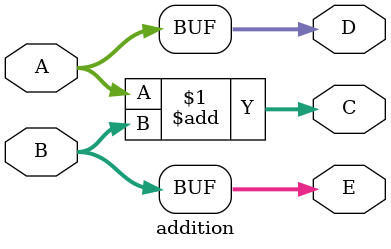
<source format=v>
`timescale 1ns / 1ps


module addition(
    input [1:0]A,
    input [1:0]B,
    output[2:0]C,
    output[1:0]D,
    output[1:0]E
    );
    assign  D = A;
    assign  E = B;
    assign  C = A + B;
   
    
endmodule

</source>
